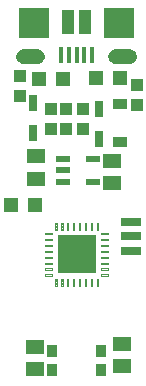
<source format=gbr>
G04 EAGLE Gerber RS-274X export*
G75*
%MOMM*%
%FSLAX34Y34*%
%LPD*%
%INSolderpaste Top*%
%IPPOS*%
%AMOC8*
5,1,8,0,0,1.08239X$1,22.5*%
G01*
%ADD10R,1.000000X1.100000*%
%ADD11R,1.200000X0.550000*%
%ADD12R,1.500000X1.300000*%
%ADD13R,0.900000X1.000000*%
%ADD14R,1.200000X1.200000*%
%ADD15R,1.220000X0.910000*%
%ADD16R,0.400000X1.350000*%
%ADD17R,1.000000X2.000000*%
%ADD18R,2.500000X2.500000*%
%ADD19C,0.125000*%
%ADD20R,3.200000X3.200000*%
%ADD21R,1.700000X0.700000*%
%ADD22R,1.200000X1.300000*%
%ADD23R,0.800000X1.350000*%

G36*
X-33485Y302369D02*
X-33485Y302369D01*
X-33465Y302367D01*
X-32339Y302428D01*
X-32292Y302440D01*
X-32216Y302447D01*
X-31123Y302728D01*
X-31079Y302748D01*
X-31006Y302770D01*
X-29989Y303258D01*
X-29950Y303287D01*
X-29883Y303323D01*
X-28980Y304000D01*
X-28947Y304035D01*
X-28889Y304084D01*
X-28136Y304924D01*
X-28110Y304965D01*
X-28062Y305025D01*
X-27488Y305996D01*
X-27471Y306041D01*
X-27435Y306108D01*
X-27061Y307173D01*
X-27053Y307220D01*
X-27031Y307294D01*
X-26872Y308410D01*
X-26873Y308438D01*
X-26872Y308590D01*
X-27031Y309707D01*
X-27046Y309752D01*
X-27061Y309827D01*
X-27435Y310892D01*
X-27459Y310934D01*
X-27488Y311004D01*
X-28062Y311975D01*
X-28094Y312012D01*
X-28136Y312076D01*
X-28889Y312916D01*
X-28927Y312946D01*
X-28980Y313000D01*
X-29883Y313677D01*
X-29926Y313699D01*
X-29989Y313742D01*
X-31006Y314230D01*
X-31053Y314243D01*
X-31123Y314272D01*
X-32216Y314553D01*
X-32264Y314556D01*
X-32339Y314572D01*
X-33465Y314633D01*
X-33481Y314631D01*
X-33500Y314634D01*
X-44500Y314634D01*
X-44515Y314632D01*
X-44535Y314633D01*
X-45661Y314572D01*
X-45708Y314561D01*
X-45784Y314553D01*
X-46877Y314272D01*
X-46921Y314252D01*
X-46994Y314230D01*
X-48011Y313742D01*
X-48050Y313714D01*
X-48117Y313677D01*
X-49020Y313000D01*
X-49053Y312965D01*
X-49111Y312916D01*
X-49864Y312076D01*
X-49890Y312035D01*
X-49938Y311975D01*
X-50512Y311004D01*
X-50529Y310959D01*
X-50565Y310892D01*
X-50939Y309827D01*
X-50947Y309780D01*
X-50969Y309707D01*
X-51128Y308590D01*
X-51128Y308589D01*
X-51127Y308402D01*
X-50927Y307128D01*
X-50910Y307081D01*
X-50889Y306992D01*
X-50411Y305795D01*
X-50384Y305752D01*
X-50344Y305670D01*
X-49612Y304609D01*
X-49576Y304573D01*
X-49518Y304502D01*
X-48568Y303631D01*
X-48526Y303604D01*
X-48453Y303547D01*
X-47333Y302910D01*
X-47286Y302893D01*
X-47203Y302854D01*
X-45969Y302481D01*
X-45919Y302476D01*
X-45829Y302456D01*
X-44544Y302367D01*
X-44524Y302369D01*
X-44500Y302366D01*
X-33500Y302366D01*
X-33485Y302369D01*
G37*
G36*
X44515Y302369D02*
X44515Y302369D01*
X44535Y302367D01*
X45661Y302428D01*
X45708Y302440D01*
X45784Y302447D01*
X46877Y302728D01*
X46921Y302748D01*
X46994Y302770D01*
X48011Y303258D01*
X48050Y303287D01*
X48117Y303323D01*
X49020Y304000D01*
X49053Y304035D01*
X49111Y304084D01*
X49864Y304924D01*
X49890Y304965D01*
X49938Y305025D01*
X50512Y305996D01*
X50529Y306041D01*
X50565Y306108D01*
X50939Y307173D01*
X50947Y307220D01*
X50969Y307294D01*
X51128Y308410D01*
X51127Y308438D01*
X51128Y308590D01*
X50969Y309707D01*
X50954Y309752D01*
X50939Y309827D01*
X50565Y310892D01*
X50541Y310934D01*
X50512Y311004D01*
X49938Y311975D01*
X49906Y312012D01*
X49864Y312076D01*
X49111Y312916D01*
X49074Y312946D01*
X49020Y313000D01*
X48117Y313677D01*
X48074Y313699D01*
X48011Y313742D01*
X46994Y314230D01*
X46947Y314243D01*
X46877Y314272D01*
X45784Y314553D01*
X45736Y314556D01*
X45661Y314572D01*
X44535Y314633D01*
X44519Y314631D01*
X44500Y314634D01*
X33500Y314634D01*
X33485Y314632D01*
X33465Y314633D01*
X32339Y314572D01*
X32292Y314561D01*
X32216Y314553D01*
X31123Y314272D01*
X31079Y314252D01*
X31006Y314230D01*
X29989Y313742D01*
X29950Y313714D01*
X29883Y313677D01*
X28980Y313000D01*
X28947Y312965D01*
X28889Y312916D01*
X28136Y312076D01*
X28110Y312035D01*
X28062Y311975D01*
X27488Y311004D01*
X27471Y310959D01*
X27435Y310892D01*
X27061Y309827D01*
X27053Y309780D01*
X27031Y309707D01*
X26872Y308590D01*
X26872Y308589D01*
X26873Y308402D01*
X27073Y307128D01*
X27090Y307081D01*
X27111Y306992D01*
X27589Y305795D01*
X27616Y305752D01*
X27656Y305670D01*
X28388Y304609D01*
X28424Y304573D01*
X28482Y304502D01*
X29432Y303631D01*
X29474Y303604D01*
X29547Y303547D01*
X30667Y302910D01*
X30714Y302893D01*
X30797Y302854D01*
X32031Y302481D01*
X32081Y302476D01*
X32171Y302456D01*
X33456Y302367D01*
X33476Y302369D01*
X33500Y302366D01*
X44500Y302366D01*
X44515Y302369D01*
G37*
D10*
X-8890Y263770D03*
X-8890Y246770D03*
X-21590Y263770D03*
X-21590Y246770D03*
D11*
X-11730Y221590D03*
X-11730Y212090D03*
X-11730Y202590D03*
X14270Y202590D03*
X14270Y221590D03*
D12*
X30226Y220320D03*
X30226Y201320D03*
D10*
X5080Y263770D03*
X5080Y246770D03*
D13*
X20500Y58800D03*
X20500Y42800D03*
X-20500Y42800D03*
X-20500Y58800D03*
D10*
X50800Y284090D03*
X50800Y267090D03*
D14*
X16170Y290195D03*
X37170Y290195D03*
D15*
X36830Y235847D03*
X36830Y268597D03*
D12*
X-34290Y224130D03*
X-34290Y205130D03*
D10*
X-48260Y291710D03*
X-48260Y274710D03*
D14*
X-11090Y289560D03*
X-32090Y289560D03*
D16*
X13000Y309750D03*
X6500Y309750D03*
X0Y309750D03*
X-6500Y309750D03*
X-13000Y309750D03*
D17*
X7500Y337500D03*
X-7500Y337500D03*
D18*
X36000Y336500D03*
X-36000Y336500D03*
D19*
X20625Y124095D02*
X26375Y124095D01*
X26375Y122845D01*
X20625Y122845D01*
X20625Y124095D01*
X20625Y124032D02*
X26375Y124032D01*
X26375Y129095D02*
X20625Y129095D01*
X26375Y129095D02*
X26375Y127845D01*
X20625Y127845D01*
X20625Y129095D01*
X20625Y129032D02*
X26375Y129032D01*
X26375Y134095D02*
X20625Y134095D01*
X26375Y134095D02*
X26375Y132845D01*
X20625Y132845D01*
X20625Y134095D01*
X20625Y134032D02*
X26375Y134032D01*
X26375Y139095D02*
X20625Y139095D01*
X26375Y139095D02*
X26375Y137845D01*
X20625Y137845D01*
X20625Y139095D01*
X20625Y139032D02*
X26375Y139032D01*
X26375Y144095D02*
X20625Y144095D01*
X26375Y144095D02*
X26375Y142845D01*
X20625Y142845D01*
X20625Y144095D01*
X20625Y144032D02*
X26375Y144032D01*
X26375Y149095D02*
X20625Y149095D01*
X26375Y149095D02*
X26375Y147845D01*
X20625Y147845D01*
X20625Y149095D01*
X20625Y149032D02*
X26375Y149032D01*
X26375Y154095D02*
X20625Y154095D01*
X26375Y154095D02*
X26375Y152845D01*
X20625Y152845D01*
X20625Y154095D01*
X20625Y154032D02*
X26375Y154032D01*
X26375Y159095D02*
X20625Y159095D01*
X26375Y159095D02*
X26375Y157845D01*
X20625Y157845D01*
X20625Y159095D01*
X20625Y159032D02*
X26375Y159032D01*
X18125Y167345D02*
X16875Y167345D01*
X18125Y167345D02*
X18125Y161595D01*
X16875Y161595D01*
X16875Y167345D01*
X16875Y162782D02*
X18125Y162782D01*
X18125Y163969D02*
X16875Y163969D01*
X16875Y165156D02*
X18125Y165156D01*
X18125Y166343D02*
X16875Y166343D01*
X13125Y167345D02*
X11875Y167345D01*
X13125Y167345D02*
X13125Y161595D01*
X11875Y161595D01*
X11875Y167345D01*
X11875Y162782D02*
X13125Y162782D01*
X13125Y163969D02*
X11875Y163969D01*
X11875Y165156D02*
X13125Y165156D01*
X13125Y166343D02*
X11875Y166343D01*
X8125Y167345D02*
X6875Y167345D01*
X8125Y167345D02*
X8125Y161595D01*
X6875Y161595D01*
X6875Y167345D01*
X6875Y162782D02*
X8125Y162782D01*
X8125Y163969D02*
X6875Y163969D01*
X6875Y165156D02*
X8125Y165156D01*
X8125Y166343D02*
X6875Y166343D01*
X3125Y167345D02*
X1875Y167345D01*
X3125Y167345D02*
X3125Y161595D01*
X1875Y161595D01*
X1875Y167345D01*
X1875Y162782D02*
X3125Y162782D01*
X3125Y163969D02*
X1875Y163969D01*
X1875Y165156D02*
X3125Y165156D01*
X3125Y166343D02*
X1875Y166343D01*
X-1875Y167345D02*
X-3125Y167345D01*
X-1875Y167345D02*
X-1875Y161595D01*
X-3125Y161595D01*
X-3125Y167345D01*
X-3125Y162782D02*
X-1875Y162782D01*
X-1875Y163969D02*
X-3125Y163969D01*
X-3125Y165156D02*
X-1875Y165156D01*
X-1875Y166343D02*
X-3125Y166343D01*
X-6875Y167345D02*
X-8125Y167345D01*
X-6875Y167345D02*
X-6875Y161595D01*
X-8125Y161595D01*
X-8125Y167345D01*
X-8125Y162782D02*
X-6875Y162782D01*
X-6875Y163969D02*
X-8125Y163969D01*
X-8125Y165156D02*
X-6875Y165156D01*
X-6875Y166343D02*
X-8125Y166343D01*
X-11875Y167345D02*
X-13125Y167345D01*
X-11875Y167345D02*
X-11875Y161595D01*
X-13125Y161595D01*
X-13125Y167345D01*
X-13125Y162782D02*
X-11875Y162782D01*
X-11875Y163969D02*
X-13125Y163969D01*
X-13125Y165156D02*
X-11875Y165156D01*
X-11875Y166343D02*
X-13125Y166343D01*
X-16875Y167345D02*
X-18125Y167345D01*
X-16875Y167345D02*
X-16875Y161595D01*
X-18125Y161595D01*
X-18125Y167345D01*
X-18125Y162782D02*
X-16875Y162782D01*
X-16875Y163969D02*
X-18125Y163969D01*
X-18125Y165156D02*
X-16875Y165156D01*
X-16875Y166343D02*
X-18125Y166343D01*
X-20625Y159095D02*
X-26375Y159095D01*
X-20625Y159095D02*
X-20625Y157845D01*
X-26375Y157845D01*
X-26375Y159095D01*
X-26375Y159032D02*
X-20625Y159032D01*
X-20625Y154095D02*
X-26375Y154095D01*
X-20625Y154095D02*
X-20625Y152845D01*
X-26375Y152845D01*
X-26375Y154095D01*
X-26375Y154032D02*
X-20625Y154032D01*
X-20625Y149095D02*
X-26375Y149095D01*
X-20625Y149095D02*
X-20625Y147845D01*
X-26375Y147845D01*
X-26375Y149095D01*
X-26375Y149032D02*
X-20625Y149032D01*
X-20625Y144095D02*
X-26375Y144095D01*
X-20625Y144095D02*
X-20625Y142845D01*
X-26375Y142845D01*
X-26375Y144095D01*
X-26375Y144032D02*
X-20625Y144032D01*
X-20625Y139095D02*
X-26375Y139095D01*
X-20625Y139095D02*
X-20625Y137845D01*
X-26375Y137845D01*
X-26375Y139095D01*
X-26375Y139032D02*
X-20625Y139032D01*
X-20625Y134095D02*
X-26375Y134095D01*
X-20625Y134095D02*
X-20625Y132845D01*
X-26375Y132845D01*
X-26375Y134095D01*
X-26375Y134032D02*
X-20625Y134032D01*
X-20625Y129095D02*
X-26375Y129095D01*
X-20625Y129095D02*
X-20625Y127845D01*
X-26375Y127845D01*
X-26375Y129095D01*
X-26375Y129032D02*
X-20625Y129032D01*
X-20625Y124095D02*
X-26375Y124095D01*
X-20625Y124095D02*
X-20625Y122845D01*
X-26375Y122845D01*
X-26375Y124095D01*
X-26375Y124032D02*
X-20625Y124032D01*
X-18125Y120345D02*
X-16875Y120345D01*
X-16875Y114595D01*
X-18125Y114595D01*
X-18125Y120345D01*
X-18125Y115782D02*
X-16875Y115782D01*
X-16875Y116969D02*
X-18125Y116969D01*
X-18125Y118156D02*
X-16875Y118156D01*
X-16875Y119343D02*
X-18125Y119343D01*
X-13125Y120345D02*
X-11875Y120345D01*
X-11875Y114595D01*
X-13125Y114595D01*
X-13125Y120345D01*
X-13125Y115782D02*
X-11875Y115782D01*
X-11875Y116969D02*
X-13125Y116969D01*
X-13125Y118156D02*
X-11875Y118156D01*
X-11875Y119343D02*
X-13125Y119343D01*
X-8125Y120345D02*
X-6875Y120345D01*
X-6875Y114595D01*
X-8125Y114595D01*
X-8125Y120345D01*
X-8125Y115782D02*
X-6875Y115782D01*
X-6875Y116969D02*
X-8125Y116969D01*
X-8125Y118156D02*
X-6875Y118156D01*
X-6875Y119343D02*
X-8125Y119343D01*
X-3125Y120345D02*
X-1875Y120345D01*
X-1875Y114595D01*
X-3125Y114595D01*
X-3125Y120345D01*
X-3125Y115782D02*
X-1875Y115782D01*
X-1875Y116969D02*
X-3125Y116969D01*
X-3125Y118156D02*
X-1875Y118156D01*
X-1875Y119343D02*
X-3125Y119343D01*
X1875Y120345D02*
X3125Y120345D01*
X3125Y114595D01*
X1875Y114595D01*
X1875Y120345D01*
X1875Y115782D02*
X3125Y115782D01*
X3125Y116969D02*
X1875Y116969D01*
X1875Y118156D02*
X3125Y118156D01*
X3125Y119343D02*
X1875Y119343D01*
X6875Y120345D02*
X8125Y120345D01*
X8125Y114595D01*
X6875Y114595D01*
X6875Y120345D01*
X6875Y115782D02*
X8125Y115782D01*
X8125Y116969D02*
X6875Y116969D01*
X6875Y118156D02*
X8125Y118156D01*
X8125Y119343D02*
X6875Y119343D01*
X11875Y120345D02*
X13125Y120345D01*
X13125Y114595D01*
X11875Y114595D01*
X11875Y120345D01*
X11875Y115782D02*
X13125Y115782D01*
X13125Y116969D02*
X11875Y116969D01*
X11875Y118156D02*
X13125Y118156D01*
X13125Y119343D02*
X11875Y119343D01*
X16875Y120345D02*
X18125Y120345D01*
X18125Y114595D01*
X16875Y114595D01*
X16875Y120345D01*
X16875Y115782D02*
X18125Y115782D01*
X18125Y116969D02*
X16875Y116969D01*
X16875Y118156D02*
X18125Y118156D01*
X18125Y119343D02*
X16875Y119343D01*
D20*
X0Y140970D03*
D21*
X45720Y144210D03*
X45720Y156210D03*
X45720Y168210D03*
D22*
X-55880Y182880D03*
X-35560Y182880D03*
D12*
X-35560Y62840D03*
X-35560Y43840D03*
X38100Y65380D03*
X38100Y46380D03*
D23*
X-36830Y243840D03*
X-36830Y269240D03*
X19050Y264160D03*
X19050Y238760D03*
M02*

</source>
